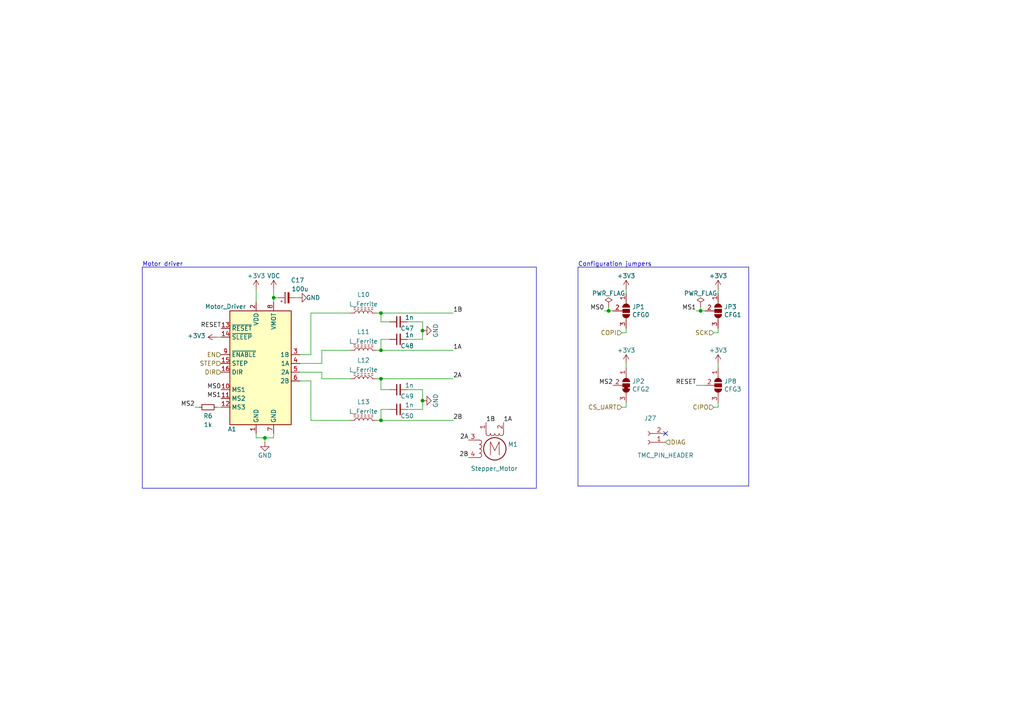
<source format=kicad_sch>
(kicad_sch (version 20230121) (generator eeschema)
  (paper "A4")
  (title_block (title "LumenPnP Motherboard") (date "2022-03-29") (rev "003") (company "Opulo"))
  (lib_symbols
    (symbol "Connector:Conn_01x02_Female" (pin_names (offset 1.016) hide)
      (property "Reference" "J" (at 0 2.54 0))
      (property "Value" "Conn_01x02_Female" (at 0 -5.08 0))
      (symbol "Conn_01x02_Female_1_1"
        (arc (start 0 -2.032) (mid -0.5058 -2.54) (end 0 -3.048) (stroke (width 0.1524)))
        (polyline (pts (xy -1.27 -2.54) (xy -0.508 -2.54)) (stroke (width 0.1524)))
        (polyline (pts (xy -1.27 0) (xy -0.508 0)) (stroke (width 0.1524)))
        (arc (start 0 0.508) (mid -0.5058 0) (end 0 -0.508) (stroke (width 0.1524)))
        (pin passive line (at -5.08 0 0) (length 3.81) (name "Pin_1") (number "1"))
        (pin passive line (at -5.08 -2.54 0) (length 3.81) (name "Pin_2") (number "2"))
      )
    )
    (symbol "Device:C_Polarized_Small" (pin_numbers hide) (pin_names (offset 0.254) hide)
      (property "Reference" "C" (at 0.254 1.778 0))
      (property "Value" "C_Polarized_Small" (at 0.254 -2.032 0))
      (symbol "C_Polarized_Small_0_1"
        (rectangle (start -1.524 -0.3048) (end 1.524 -0.6858) (fill (type outline)))
        (rectangle (start -1.524 0.6858) (end 1.524 0.3048))
        (polyline (pts (xy -1.27 1.524) (xy -0.762 1.524)))
        (polyline (pts (xy -1.016 1.27) (xy -1.016 1.778)))
      )
      (symbol "C_Polarized_Small_1_1"
        (pin passive line (at 0 2.54 270) (length 1.8542) (name "~") (number "1"))
        (pin passive line (at 0 -2.54 90) (length 1.8542) (name "~") (number "2"))
      )
    )
    (symbol "Device:C_Small" (pin_numbers hide) (pin_names (offset 0.254) hide)
      (property "Reference" "C" (at 0.254 1.778 0))
      (property "Value" "C_Small" (at 0.254 -2.032 0))
      (symbol "C_Small_0_1"
        (polyline (pts (xy -1.524 -0.508) (xy 1.524 -0.508)) (stroke (width 0.3302)))
        (polyline (pts (xy -1.524 0.508) (xy 1.524 0.508)) (stroke (width 0.3048)))
      )
      (symbol "C_Small_1_1"
        (pin passive line (at 0 2.54 270) (length 2.032) (name "~") (number "1"))
        (pin passive line (at 0 -2.54 90) (length 2.032) (name "~") (number "2"))
      )
    )
    (symbol "Device:L_Ferrite" (pin_numbers hide) (pin_names (offset 1.016) hide)
      (property "Reference" "L" (at -1.27 0 90))
      (property "Value" "L_Ferrite" (at 2.794 0 90))
      (symbol "L_Ferrite_0_1"
        (arc (start 0 -2.54) (mid 0.6323 -1.905) (end 0 -1.27))
        (arc (start 0 -1.27) (mid 0.6323 -0.635) (end 0 0))
        (polyline (pts (xy 1.016 -2.794) (xy 1.016 -2.286)))
        (polyline (pts (xy 1.016 -1.778) (xy 1.016 -1.27)))
        (polyline (pts (xy 1.016 -0.762) (xy 1.016 -0.254)))
        (polyline (pts (xy 1.016 0.254) (xy 1.016 0.762)))
        (polyline (pts (xy 1.016 1.27) (xy 1.016 1.778)))
        (polyline (pts (xy 1.016 2.286) (xy 1.016 2.794)))
        (polyline (pts (xy 1.524 -2.286) (xy 1.524 -2.794)))
        (polyline (pts (xy 1.524 -1.27) (xy 1.524 -1.778)))
        (polyline (pts (xy 1.524 -0.254) (xy 1.524 -0.762)))
        (polyline (pts (xy 1.524 0.762) (xy 1.524 0.254)))
        (polyline (pts (xy 1.524 1.778) (xy 1.524 1.27)))
        (polyline (pts (xy 1.524 2.794) (xy 1.524 2.286)))
        (arc (start 0 0) (mid 0.6323 0.635) (end 0 1.27))
        (arc (start 0 1.27) (mid 0.6323 1.905) (end 0 2.54))
      )
      (symbol "L_Ferrite_1_1"
        (pin passive line (at 0 3.81 270) (length 1.27) (name "1") (number "1"))
        (pin passive line (at 0 -3.81 90) (length 1.27) (name "2") (number "2"))
      )
    )
    (symbol "Device:R_Small" (pin_numbers hide) (pin_names (offset 0.254) hide)
      (property "Reference" "R" (at 0.762 0.508 0))
      (property "Value" "R_Small" (at 0.762 -1.016 0))
      (symbol "R_Small_0_1"
        (rectangle (start -0.762 1.778) (end 0.762 -1.778) (stroke (width 0.2032)))
      )
      (symbol "R_Small_1_1"
        (pin passive line (at 0 2.54 270) (length 0.762) (name "~") (number "1"))
        (pin passive line (at 0 -2.54 90) (length 0.762) (name "~") (number "2"))
      )
    )
    (symbol "Driver_Motor:Pololu_Breakout_A4988"
      (property "Reference" "A" (at -2.54 19.05 0))
      (property "Value" "Pololu_Breakout_A4988" (at -2.54 16.51 0))
      (symbol "Pololu_Breakout_A4988_0_1"
        (rectangle (start 10.16 -17.78) (end -7.62 15.24) (stroke (width 0.254)) (fill (type background)))
      )
      (symbol "Pololu_Breakout_A4988_1_1"
        (pin power_in line (at 0 -20.32 90) (length 2.54) (name "GND") (number "1"))
        (pin input line (at -10.16 -7.62 0) (length 2.54) (name "MS1") (number "10"))
        (pin input line (at -10.16 -10.16 0) (length 2.54) (name "MS2") (number "11"))
        (pin input line (at -10.16 -12.7 0) (length 2.54) (name "MS3") (number "12"))
        (pin input line (at -10.16 10.16 0) (length 2.54) (name "~{RESET}") (number "13"))
        (pin input line (at -10.16 7.62 0) (length 2.54) (name "~{SLEEP}") (number "14"))
        (pin input line (at -10.16 0 0) (length 2.54) (name "STEP") (number "15"))
        (pin input line (at -10.16 -2.54 0) (length 2.54) (name "DIR") (number "16"))
        (pin power_in line (at 0 17.78 270) (length 2.54) (name "VDD") (number "2"))
        (pin output line (at 12.7 2.54 180) (length 2.54) (name "1B") (number "3"))
        (pin output line (at 12.7 0 180) (length 2.54) (name "1A") (number "4"))
        (pin output line (at 12.7 -2.54 180) (length 2.54) (name "2A") (number "5"))
        (pin output line (at 12.7 -5.08 180) (length 2.54) (name "2B") (number "6"))
        (pin power_in line (at 5.08 -20.32 90) (length 2.54) (name "GND") (number "7"))
        (pin power_in line (at 5.08 17.78 270) (length 2.54) (name "VMOT") (number "8"))
        (pin input line (at -10.16 2.54 0) (length 2.54) (name "~{ENABLE}") (number "9"))
      )
    )
    (symbol "Jumper:SolderJumper_3_Open" (pin_names (offset 0) hide)
      (property "Reference" "JP" (at -2.54 -2.54 0))
      (property "Value" "SolderJumper_3_Open" (at 0 2.794 0))
      (symbol "SolderJumper_3_Open_0_1"
        (arc (start -1.016 1.016) (mid -2.0276 0) (end -1.016 -1.016))
        (arc (start -1.016 1.016) (mid -2.0276 0) (end -1.016 -1.016) (fill (type outline)))
        (rectangle (start -0.508 1.016) (end 0.508 -1.016) (fill (type outline)))
        (polyline (pts (xy -2.54 0) (xy -2.032 0)))
        (polyline (pts (xy -1.016 1.016) (xy -1.016 -1.016)))
        (polyline (pts (xy 0 -1.27) (xy 0 -1.016)))
        (polyline (pts (xy 1.016 1.016) (xy 1.016 -1.016)))
        (polyline (pts (xy 2.54 0) (xy 2.032 0)))
        (arc (start 1.016 -1.016) (mid 2.0276 0) (end 1.016 1.016))
        (arc (start 1.016 -1.016) (mid 2.0276 0) (end 1.016 1.016) (fill (type outline)))
      )
      (symbol "SolderJumper_3_Open_1_1"
        (pin passive line (at -5.08 0 0) (length 2.54) (name "A") (number "1"))
        (pin passive line (at 0 -3.81 90) (length 2.54) (name "C") (number "2"))
        (pin passive line (at 5.08 0 180) (length 2.54) (name "B") (number "3"))
      )
    )
    (symbol "Motor:Stepper_Motor_bipolar" (pin_names (offset 0) hide)
      (property "Reference" "M" (at 3.81 2.54 0))
      (property "Value" "Stepper_Motor_bipolar" (at 3.81 1.27 0))
      (symbol "Stepper_Motor_bipolar_0_0"
        (polyline (pts (xy -1.27 -1.778) (xy -1.27 2.032) (xy 0 -0.508) (xy 1.27 2.032) (xy 1.27 -1.778)))
      )
      (symbol "Stepper_Motor_bipolar_0_1"
        (arc (start -4.445 -2.54) (mid -3.8127 -1.905) (end -4.445 -1.27))
        (arc (start -4.445 -1.27) (mid -3.8127 -0.635) (end -4.445 0))
        (arc (start -4.445 0) (mid -3.8127 0.635) (end -4.445 1.27))
        (arc (start -4.445 1.27) (mid -3.8127 1.905) (end -4.445 2.54))
        (arc (start -2.54 4.445) (mid -1.905 3.8127) (end -1.27 4.445))
        (arc (start -1.27 4.445) (mid -0.635 3.8127) (end 0 4.445))
        (polyline (pts (xy -5.08 -2.54) (xy -4.445 -2.54)))
        (polyline (pts (xy -5.08 2.54) (xy -4.445 2.54)))
        (polyline (pts (xy -2.54 5.08) (xy -2.54 4.445)))
        (polyline (pts (xy 2.54 5.08) (xy 2.54 4.445)))
        (circle (center 0 0) (radius 3.2512) (stroke (width 0.254)))
        (arc (start 0 4.445) (mid 0.635 3.8127) (end 1.27 4.445))
        (arc (start 1.27 4.445) (mid 1.905 3.8127) (end 2.54 4.445))
      )
      (symbol "Stepper_Motor_bipolar_1_1"
        (pin passive line (at -2.54 7.62 270) (length 2.54) (name "~") (number "1"))
        (pin passive line (at 2.54 7.62 270) (length 2.54) (name "-") (number "2"))
        (pin passive line (at -7.62 2.54 0) (length 2.54) (name "~") (number "3"))
        (pin passive line (at -7.62 -2.54 0) (length 2.54) (name "~") (number "4"))
      )
    )
    (symbol "index:SolderJumper_3_Bridged23" (pin_names (offset 0) hide)
      (property "Reference" "JP" (at -2.54 -2.54 0))
      (property "Value" "SolderJumper_3_Bridged23" (at 0 2.794 0))
      (symbol "SolderJumper_3_Bridged23_0_1"
        (rectangle (start -1.016 0.508) (end -0.508 -0.508) (fill (type outline)))
        (arc (start -1.016 1.016) (mid -2.0276 0) (end -1.016 -1.016))
        (arc (start -1.016 1.016) (mid -2.0276 0) (end -1.016 -1.016) (fill (type outline)))
        (rectangle (start -0.508 1.016) (end 0.508 -1.016) (fill (type outline)))
        (polyline (pts (xy -2.54 0) (xy -2.032 0)))
        (polyline (pts (xy -1.016 1.016) (xy -1.016 -1.016)))
        (polyline (pts (xy 0 -1.27) (xy 0 -1.016)))
        (polyline (pts (xy 1.016 1.016) (xy 1.016 -1.016)))
        (polyline (pts (xy 2.54 0) (xy 2.032 0)))
        (arc (start 1.016 -1.016) (mid 2.0276 0) (end 1.016 1.016))
        (arc (start 1.016 -1.016) (mid 2.0276 0) (end 1.016 1.016) (fill (type outline)))
      )
      (symbol "SolderJumper_3_Bridged23_1_1"
        (pin passive line (at 5.08 0 180) (length 2.54) (name "B") (number "1"))
        (pin input line (at 0 -3.81 90) (length 2.54) (name "C") (number "2"))
        (pin passive line (at -5.08 0 0) (length 2.54) (name "A") (number "3"))
      )
    )
    (symbol "power:+3.3V" (power) (pin_names (offset 0))
      (property "Value" "+3.3V" (at 0 3.556 0))
      (symbol "+3.3V_0_1"
        (polyline (pts (xy -0.762 1.27) (xy 0 2.54)))
        (polyline (pts (xy 0 0) (xy 0 2.54)))
        (polyline (pts (xy 0 2.54) (xy 0.762 1.27)))
      )
      (symbol "+3.3V_1_1"
        (pin power_in line (at 0 0 90) (length 0) hide (name "+3V3") (number "1"))
      )
    )
    (symbol "power:+3V3" (power) (pin_names (offset 0))
      (property "Value" "+3V3" (at 0 3.556 0))
      (symbol "+3V3_0_1"
        (polyline (pts (xy -0.762 1.27) (xy 0 2.54)))
        (polyline (pts (xy 0 0) (xy 0 2.54)))
        (polyline (pts (xy 0 2.54) (xy 0.762 1.27)))
      )
      (symbol "+3V3_1_1"
        (pin power_in line (at 0 0 90) (length 0) hide (name "+3V3") (number "1"))
      )
    )
    (symbol "power:GND" (power) (pin_names (offset 0))
      (property "Value" "GND" (at 0 -3.81 0))
      (symbol "GND_0_1"
        (polyline (pts (xy 0 0) (xy 0 -1.27) (xy 1.27 -1.27) (xy 0 -2.54) (xy -1.27 -1.27) (xy 0 -1.27)))
      )
      (symbol "GND_1_1"
        (pin power_in line (at 0 0 270) (length 0) hide (name "GND") (number "1"))
      )
    )
    (symbol "power:PWR_FLAG" (power) (pin_numbers hide) (pin_names (offset 0) hide)
      (property "Value" "PWR_FLAG" (at 0 3.81 0))
      (symbol "PWR_FLAG_0_0"
        (pin power_out line (at 0 0 90) (length 0) (name "pwr") (number "1"))
      )
      (symbol "PWR_FLAG_0_1"
        (polyline (pts (xy 0 0) (xy 0 1.27) (xy -1.016 1.905) (xy 0 2.54) (xy 1.016 1.905) (xy 0 1.27)))
      )
    )
    (symbol "power:VDC" (power) (pin_names (offset 0))
      (property "Value" "VDC" (at 0 6.35 0))
      (symbol "VDC_0_1"
        (polyline (pts (xy -0.762 1.27) (xy 0 2.54)))
        (polyline (pts (xy 0 0) (xy 0 2.54)))
        (polyline (pts (xy 0 2.54) (xy 0.762 1.27)))
      )
      (symbol "VDC_1_1"
        (pin power_in line (at 0 0 90) (length 0) hide (name "VDC") (number "1"))
      )
    )
  )
  (junction (at 110.49 109.855))
  (junction (at 79.375 86.36))
  (junction (at 110.49 101.6))
  (junction (at 122.555 95.885))
  (junction (at 110.49 90.805))
  (junction (at 110.49 121.92))
  (junction (at 176.53 90.17))
  (junction (at 122.555 116.205))
  (junction (at 76.835 127))
  (junction (at 203.2 90.17))
  (no_connect (at 193.04 125.73))
  (wire (pts (xy 79.375 83.82) (xy 79.375 86.36)))
  (polyline (pts (xy 155.575 141.605) (xy 41.275 141.605)))
  (wire (pts (xy 110.49 90.805) (xy 131.445 90.805)))
  (wire (pts (xy 90.17 110.49) (xy 90.17 121.92)))
  (wire (pts (xy 180.34 96.52) (xy 181.61 96.52)))
  (wire (pts (xy 208.28 83.82) (xy 208.28 85.09)))
  (polyline (pts (xy 167.64 77.47) (xy 217.17 77.47)))
  (wire (pts (xy 207.01 96.52) (xy 208.28 96.52)))
  (wire (pts (xy 79.375 86.36) (xy 79.375 87.63)))
  (wire (pts (xy 122.555 116.205) (xy 122.555 118.745)))
  (wire (pts (xy 86.995 107.95) (xy 93.345 107.95)))
  (wire (pts (xy 86.995 105.41) (xy 93.345 105.41)))
  (wire (pts (xy 207.01 118.11) (xy 208.28 118.11)))
  (wire (pts (xy 110.49 121.92) (xy 110.49 118.745)))
  (wire (pts (xy 203.2 88.9) (xy 203.2 90.17)))
  (wire (pts (xy 175.26 90.17) (xy 176.53 90.17)))
  (wire (pts (xy 118.11 113.03) (xy 122.555 113.03)))
  (wire (pts (xy 74.295 127) (xy 76.835 127)))
  (wire (pts (xy 110.49 113.03) (xy 113.03 113.03)))
  (wire (pts (xy 176.53 90.17) (xy 177.8 90.17)))
  (polyline (pts (xy 41.275 77.47) (xy 155.575 77.47)))
  (wire (pts (xy 208.28 105.41) (xy 208.28 106.68)))
  (wire (pts (xy 93.345 109.855) (xy 101.6 109.855)))
  (wire (pts (xy 109.22 101.6) (xy 110.49 101.6)))
  (wire (pts (xy 110.49 98.425) (xy 113.03 98.425)))
  (wire (pts (xy 208.28 96.52) (xy 208.28 95.25)))
  (wire (pts (xy 122.555 118.745) (xy 118.11 118.745)))
  (wire (pts (xy 86.995 110.49) (xy 90.17 110.49)))
  (wire (pts (xy 93.345 101.6) (xy 101.6 101.6)))
  (polyline (pts (xy 167.64 77.47) (xy 167.64 140.97)))
  (wire (pts (xy 203.2 90.17) (xy 201.93 90.17)))
  (wire (pts (xy 122.555 95.885) (xy 122.555 93.345)))
  (wire (pts (xy 110.49 90.805) (xy 110.49 93.345)))
  (wire (pts (xy 203.2 90.17) (xy 204.47 90.17)))
  (wire (pts (xy 110.49 109.855) (xy 131.445 109.855)))
  (wire (pts (xy 122.555 98.425) (xy 122.555 95.885)))
  (wire (pts (xy 93.345 105.41) (xy 93.345 101.6)))
  (wire (pts (xy 79.375 86.36) (xy 80.645 86.36)))
  (wire (pts (xy 86.995 102.87) (xy 90.17 102.87)))
  (wire (pts (xy 208.28 118.11) (xy 208.28 116.84)))
  (wire (pts (xy 118.11 98.425) (xy 122.555 98.425)))
  (wire (pts (xy 181.61 96.52) (xy 181.61 95.25)))
  (polyline (pts (xy 155.575 77.47) (xy 155.575 141.605)))
  (wire (pts (xy 110.49 118.745) (xy 113.03 118.745)))
  (wire (pts (xy 110.49 101.6) (xy 131.445 101.6)))
  (wire (pts (xy 79.375 125.73) (xy 79.375 127)))
  (wire (pts (xy 180.34 118.11) (xy 181.61 118.11)))
  (polyline (pts (xy 217.17 140.97) (xy 167.64 140.97)))
  (wire (pts (xy 76.835 128.27) (xy 76.835 127)))
  (wire (pts (xy 74.295 127) (xy 74.295 125.73)))
  (wire (pts (xy 122.555 113.03) (xy 122.555 116.205)))
  (wire (pts (xy 110.49 109.855) (xy 110.49 113.03)))
  (wire (pts (xy 201.93 111.76) (xy 204.47 111.76)))
  (wire (pts (xy 181.61 105.41) (xy 181.61 106.68)))
  (polyline (pts (xy 217.17 77.47) (xy 217.17 140.97)))
  (wire (pts (xy 93.345 107.95) (xy 93.345 109.855)))
  (wire (pts (xy 110.49 121.92) (xy 131.445 121.92)))
  (wire (pts (xy 110.49 101.6) (xy 110.49 98.425)))
  (wire (pts (xy 90.17 90.805) (xy 90.17 102.87)))
  (wire (pts (xy 90.17 90.805) (xy 101.6 90.805)))
  (wire (pts (xy 90.17 121.92) (xy 101.6 121.92)))
  (wire (pts (xy 109.22 90.805) (xy 110.49 90.805)))
  (wire (pts (xy 181.61 118.11) (xy 181.61 116.84)))
  (wire (pts (xy 74.295 83.82) (xy 74.295 87.63)))
  (wire (pts (xy 62.865 97.79) (xy 64.135 97.79)))
  (wire (pts (xy 176.53 88.9) (xy 176.53 90.17)))
  (wire (pts (xy 85.725 86.36) (xy 86.36 86.36)))
  (wire (pts (xy 110.49 93.345) (xy 113.03 93.345)))
  (polyline (pts (xy 41.275 77.47) (xy 41.275 141.605)))
  (wire (pts (xy 56.515 118.11) (xy 57.785 118.11)))
  (wire (pts (xy 181.61 83.82) (xy 181.61 85.09)))
  (wire (pts (xy 122.555 93.345) (xy 118.11 93.345)))
  (wire (pts (xy 79.375 127) (xy 76.835 127)))
  (wire (pts (xy 109.22 121.92) (xy 110.49 121.92)))
  (wire (pts (xy 62.865 118.11) (xy 64.135 118.11)))
  (wire (pts (xy 109.22 109.855) (xy 110.49 109.855)))
  (text "Motor driver" (at 41.275 77.47 0) (effects (font (size 1.27 1.27)) (justify left bottom)))
  (text "Configuration jumpers" (at 167.64 77.47 0) (effects (font (size 1.27 1.27)) (justify left bottom)))
  (label "2B" (at 135.89 132.715 180))
  (label "RESET" (at 64.135 95.25 180))
  (label "2A" (at 135.89 127.635 180))
  (label "RESET" (at 201.93 111.76 180))
  (label "MS1" (at 64.135 115.57 180))
  (label "1A" (at 131.445 101.6 0))
  (label "MS0" (at 64.135 113.03 180))
  (label "2B" (at 131.445 121.92 0))
  (label "MS1" (at 201.93 90.17 180))
  (label "MS2" (at 177.8 111.76 180))
  (label "1B" (at 140.97 122.555 0))
  (label "2A" (at 131.445 109.855 0))
  (label "1B" (at 131.445 90.805 0))
  (label "MS2" (at 56.515 118.11 180))
  (label "1A" (at 146.05 122.555 0))
  (label "MS0" (at 175.26 90.17 180))
  (hierarchical_label "STEP" (shape input) (at 64.135 105.41 180))
  (hierarchical_label "DIAG" (shape input) (at 193.04 128.27 0))
  (hierarchical_label "DIR" (shape input) (at 64.135 107.95 180))
  (hierarchical_label "CS_UART" (shape input) (at 180.34 118.11 180))
  (hierarchical_label "EN" (shape input) (at 64.135 102.87 180))
  (hierarchical_label "SCK" (shape input) (at 207.01 96.52 180))
  (hierarchical_label "COPI" (shape input) (at 180.34 96.52 180))
  (hierarchical_label "CIPO" (shape input) (at 207.01 118.11 180))
  (symbol (lib_id "power:+3.3V") (at 208.28 105.41 0) (unit 1)
    (property "Reference" "#PWR0142" (effects hide))
    (property "Value" "+3.3V" (at 208.28 101.6 0))
    (instances (project "mobo" (path "" (reference "#PWR0142") (unit 1)) (path "" (reference "#PWR0181") (unit 1)) (path "" (reference "#PWR0204") (unit 1)) (path "" (reference "#PWR0213") (unit 1)) (path "" (reference "#PWR039") (unit 1)) (path "" (reference "#PWR028") (unit 1)) (path "" (reference "#PWR050") (unit 1))))
  )
  (symbol (lib_id "Device:R_Small") (at 60.325 118.11 270) (unit 1)
    (property "Reference" "R6" (at 60.325 120.65 90))
    (property "Value" "1k" (at 60.325 123.19 90))
    (property "Footprint" "Resistor_SMD:R_0805_2012Metric" (effects hide))
    (property "JLCPCB" "C17513" (effects hide))
    (property "LCSC" "C17513" (effects hide))
    (property "Notes" "125mW/1%" (effects hide))
    (instances (project "mobo" (path "" (reference "R6") (unit 1)) (path "" (reference "R7") (unit 1)) (path "" (reference "R8") (unit 1)) (path "" (reference "R9") (unit 1)) (path "" (reference "R35") (unit 1)) (path "" (reference "R23") (unit 1)) (path "" (reference "R37") (unit 1))))
  )
  (symbol (lib_id "power:+3.3V") (at 181.61 83.82 0) (unit 1)
    (property "Reference" "#PWR0144" (effects hide))
    (property "Value" "+3.3V" (at 181.61 80.01 0))
    (instances (project "mobo" (path "" (reference "#PWR0144") (unit 1)) (path "" (reference "#PWR0182") (unit 1)) (path "" (reference "#PWR0205") (unit 1)) (path "" (reference "#PWR0214") (unit 1)) (path "" (reference "#PWR033") (unit 1)) (path "" (reference "#PWR013") (unit 1)) (path "" (reference "#PWR044") (unit 1))))
  )
  (symbol (lib_id "Device:L_Ferrite") (at 105.41 121.92 90) (unit 1)
    (property "Reference" "L13" (at 105.41 116.5565 90))
    (property "Value" "L_Ferrite" (at 105.41 119.3316 90))
    (property "Footprint" "Inductor_SMD:L_0805_2012Metric" (effects hide))
    (property "Digikey" "1934-1472-1-ND" (effects hide))
    (property "Notes" "120R @ 100MHz/6A" (effects hide))
    (instances (project "mobo" (path "" (reference "L13") (unit 1)) (path "" (reference "L9") (unit 1)) (path "" (reference "L5") (unit 1)) (path "" (reference "L17") (unit 1)) (path "" (reference "L34") (unit 1)) (path "" (reference "L30") (unit 1)) (path "" (reference "L38") (unit 1))))
  )
  (symbol (lib_id "power:GND") (at 76.835 128.27 0) (unit 1)
    (property "Reference" "#PWR0179" (effects hide))
    (property "Value" "GND" (at 76.835 132.08 0))
    (instances (project "mobo" (path "" (reference "#PWR0179") (unit 1)) (path "" (reference "#PWR0202") (unit 1)) (path "" (reference "#PWR0211") (unit 1)) (path "" (reference "#PWR0220") (unit 1)) (path "" (reference "#PWR041") (unit 1)) (path "" (reference "#PWR030") (unit 1)) (path "" (reference "#PWR052") (unit 1))))
  )
  (symbol (lib_id "power:+3.3V") (at 62.865 97.79 90) (unit 1)
    (property "Reference" "#PWR0176" (effects hide))
    (property "Value" "+3.3V" (at 59.6138 97.409 90) (effects (justify left)))
    (instances (project "mobo" (path "" (reference "#PWR0176") (unit 1)) (path "" (reference "#PWR0199") (unit 1)) (path "" (reference "#PWR0208") (unit 1)) (path "" (reference "#PWR0217") (unit 1)) (path "" (reference "#PWR037") (unit 1)) (path "" (reference "#PWR026") (unit 1)) (path "" (reference "#PWR048") (unit 1))))
  )
  (symbol (lib_id "power:PWR_FLAG") (at 203.2 88.9 0) (unit 1)
    (property "Reference" "#FLG0104" (effects hide))
    (property "Value" "PWR_FLAG" (at 203.2 85.09 0))
    (instances (project "mobo" (path "" (reference "#FLG0104") (unit 1)) (path "" (reference "#FLG0107") (unit 1)) (path "" (reference "#FLG0110") (unit 1)) (path "" (reference "#FLG0113") (unit 1)) (path "" (reference "#FLG09") (unit 1)) (path "" (reference "#FLG07") (unit 1)) (path "" (reference "#FLG011") (unit 1))))
  )
  (symbol (lib_id "Device:C_Small") (at 115.57 113.03 90) (unit 1)
    (property "Reference" "C49" (at 118.11 114.935 90))
    (property "Value" "1n" (at 118.745 111.76 90))
    (property "Footprint" "Capacitor_SMD:C_0805_2012Metric" (effects hide))
    (property "Digikey" "1276-1020-1-ND" (effects hide))
    (property "Notes" "50V/10%" (effects hide))
    (instances (project "mobo" (path "" (reference "C49") (unit 1)) (path "" (reference "C45") (unit 1)) (path "" (reference "C41") (unit 1)) (path "" (reference "C53") (unit 1)) (path "" (reference "C73") (unit 1)) (path "" (reference "C68") (unit 1)) (path "" (reference "C78") (unit 1))))
  )
  (symbol (lib_id "power:+3.3V") (at 181.61 105.41 0) (unit 1)
    (property "Reference" "#PWR0117" (effects hide))
    (property "Value" "+3.3V" (at 181.61 101.6 0))
    (instances (project "mobo" (path "" (reference "#PWR0117") (unit 1)) (path "" (reference "#PWR0180") (unit 1)) (path "" (reference "#PWR0203") (unit 1)) (path "" (reference "#PWR0212") (unit 1)) (path "" (reference "#PWR038") (unit 1)) (path "" (reference "#PWR027") (unit 1)) (path "" (reference "#PWR049") (unit 1))))
  )
  (symbol (lib_id "Driver_Motor:Pololu_Breakout_A4988") (at 74.295 105.41 0) (unit 1)
    (property "Reference" "A1" (at 67.31 124.46 0))
    (property "Value" "Motor_Driver" (at 65.405 88.9 0))
    (property "Footprint" "Module:Pololu_Breakout-16_15.2x20.3mm" (effects hide))
    (property "Datasheet" "https://www.pololu.com/product/2980/pictures" (effects hide))
    (property "Digikey" "1460-TMC2209SILENTSTEPSTICK-ND" (effects hide))
    (property "Notes" "BIGTREETECH TMC2209" (effects hide))
    (instances (project "mobo" (path "" (reference "A1") (unit 1)) (path "" (reference "A2") (unit 1)) (path "" (reference "A3") (unit 1)) (path "" (reference "A4") (unit 1)) (path "" (reference "A8") (unit 1)) (path "" (reference "A7") (unit 1)) (path "" (reference "A9") (unit 1))))
  )
  (symbol (lib_id "power:GND") (at 86.36 86.36 90) (unit 1)
    (property "Reference" "#PWR0166" (effects hide))
    (property "Value" "GND" (at 90.805 86.36 90))
    (instances (project "mobo" (path "" (reference "#PWR0166") (unit 1)) (path "" (reference "#PWR0184") (unit 1)) (path "" (reference "#PWR0207") (unit 1)) (path "" (reference "#PWR0216") (unit 1)) (path "" (reference "#PWR035") (unit 1)) (path "" (reference "#PWR024") (unit 1)) (path "" (reference "#PWR046") (unit 1))))
  )
  (symbol (lib_id "Device:C_Small") (at 115.57 118.745 90) (unit 1)
    (property "Reference" "C50" (at 118.11 120.65 90))
    (property "Value" "1n" (at 118.745 117.475 90))
    (property "Footprint" "Capacitor_SMD:C_0805_2012Metric" (effects hide))
    (property "Digikey" "1276-1020-1-ND" (effects hide))
    (property "Notes" "50V/10%" (effects hide))
    (instances (project "mobo" (path "" (reference "C50") (unit 1)) (path "" (reference "C46") (unit 1)) (path "" (reference "C42") (unit 1)) (path "" (reference "C54") (unit 1)) (path "" (reference "C74") (unit 1)) (path "" (reference "C69") (unit 1)) (path "" (reference "C79") (unit 1))))
  )
  (symbol (lib_id "Device:C_Small") (at 115.57 93.345 90) (unit 1)
    (property "Reference" "C47" (at 118.11 95.25 90))
    (property "Value" "1n" (at 118.745 92.075 90))
    (property "Footprint" "Capacitor_SMD:C_0805_2012Metric" (effects hide))
    (property "Digikey" "1276-1020-1-ND" (effects hide))
    (property "Notes" "50V/10%" (effects hide))
    (instances (project "mobo" (path "" (reference "C47") (unit 1)) (path "" (reference "C43") (unit 1)) (path "" (reference "C26") (unit 1)) (path "" (reference "C51") (unit 1)) (path "" (reference "C71") (unit 1)) (path "" (reference "C66") (unit 1)) (path "" (reference "C76") (unit 1))))
  )
  (symbol (lib_id "Device:C_Small") (at 115.57 98.425 90) (unit 1)
    (property "Reference" "C48" (at 118.11 100.33 90))
    (property "Value" "1n" (at 118.745 97.155 90))
    (property "Footprint" "Capacitor_SMD:C_0805_2012Metric" (effects hide))
    (property "Digikey" "1276-1020-1-ND" (effects hide))
    (property "Notes" "50V/10%" (effects hide))
    (instances (project "mobo" (path "" (reference "C48") (unit 1)) (path "" (reference "C44") (unit 1)) (path "" (reference "C40") (unit 1)) (path "" (reference "C52") (unit 1)) (path "" (reference "C72") (unit 1)) (path "" (reference "C67") (unit 1)) (path "" (reference "C77") (unit 1))))
  )
  (symbol (lib_id "power:+3.3V") (at 208.28 83.82 0) (unit 1)
    (property "Reference" "#PWR0156" (effects hide))
    (property "Value" "+3.3V" (at 208.28 80.01 0))
    (instances (project "mobo" (path "" (reference "#PWR0156") (unit 1)) (path "" (reference "#PWR0183") (unit 1)) (path "" (reference "#PWR0206") (unit 1)) (path "" (reference "#PWR0215") (unit 1)) (path "" (reference "#PWR034") (unit 1)) (path "" (reference "#PWR023") (unit 1)) (path "" (reference "#PWR045") (unit 1))))
  )
  (symbol (lib_id "power:VDC") (at 79.375 83.82 0) (unit 1)
    (property "Reference" "#PWR0178" (effects hide))
    (property "Value" "VDC" (at 79.375 80.01 0))
    (instances (project "mobo" (path "" (reference "#PWR0178") (unit 1)) (path "" (reference "#PWR0201") (unit 1)) (path "" (reference "#PWR0210") (unit 1)) (path "" (reference "#PWR0219") (unit 1)) (path "" (reference "#PWR032") (unit 1)) (path "" (reference "#PWR05") (unit 1)) (path "" (reference "#PWR043") (unit 1))))
  )
  (symbol (lib_id "Device:C_Polarized_Small") (at 83.185 86.36 90) (unit 1)
    (property "Reference" "C17" (at 88.265 81.28 90) (effects (justify left)))
    (property "Value" "100u" (at 89.535 83.82 90) (effects (justify left)))
    (property "Footprint" "Capacitor_SMD:CP_Elec_6.3x7.7" (effects hide))
    (property "Digikey" "493-2203-1-ND" (effects hide))
    (property "JLCPCB" "C99837" (effects hide))
    (property "LCSC" "C3339" (effects hide))
    (property "Mouser" "647-UWT1V101MCL1S" (effects hide))
    (property "Notes" "35V/20%/Aluminum" (effects hide))
    (instances (project "mobo" (path "" (reference "C17") (unit 1)) (path "" (reference "C18") (unit 1)) (path "" (reference "C19") (unit 1)) (path "" (reference "C20") (unit 1)) (path "" (reference "C70") (unit 1)) (path "" (reference "C65") (unit 1)) (path "" (reference "C75") (unit 1))))
  )
  (symbol (lib_id "Jumper:SolderJumper_3_Open") (at 181.61 90.17 270) (unit 1)
    (property "Reference" "JP1" (at 183.3372 89.0016 90) (effects (justify left)))
    (property "Value" "CFG0" (at 183.3372 91.313 90) (effects (justify left)))
    (property "Footprint" "Jumper:SolderJumper-3_P1.3mm_Open_RoundedPad1.0x1.5mm" (effects hide))
    (instances (project "mobo" (path "" (reference "JP1") (unit 1)) (path "" (reference "JP5") (unit 1)) (path "" (reference "JP9") (unit 1)) (path "" (reference "JP13") (unit 1)) (path "" (reference "JP35") (unit 1)) (path "" (reference "JP27") (unit 1)) (path "" (reference "JP39") (unit 1))))
  )
  (symbol (lib_id "power:GND") (at 122.555 116.205 90) (unit 1)
    (property "Reference" "#PWR0124" (effects hide))
    (property "Value" "GND" (at 126.365 116.205 0))
    (instances (project "mobo" (path "" (reference "#PWR0124") (unit 1)) (path "" (reference "#PWR0122") (unit 1)) (path "" (reference "#PWR0120") (unit 1)) (path "" (reference "#PWR0126") (unit 1)) (path "" (reference "#PWR040") (unit 1)) (path "" (reference "#PWR029") (unit 1)) (path "" (reference "#PWR051") (unit 1))))
  )
  (symbol (lib_id "power:PWR_FLAG") (at 176.53 88.9 0) (unit 1)
    (property "Reference" "#FLG0106" (effects hide))
    (property "Value" "PWR_FLAG" (at 176.53 85.09 0))
    (instances (project "mobo" (path "" (reference "#FLG0106") (unit 1)) (path "" (reference "#FLG0109") (unit 1)) (path "" (reference "#FLG0112") (unit 1)) (path "" (reference "#FLG0115") (unit 1)) (path "" (reference "#FLG08") (unit 1)) (path "" (reference "#FLG04") (unit 1)) (path "" (reference "#FLG010") (unit 1))))
  )
  (symbol (lib_id "power:GND") (at 122.555 95.885 90) (unit 1)
    (property "Reference" "#PWR0123" (effects hide))
    (property "Value" "GND" (at 126.365 95.885 0))
    (instances (project "mobo" (path "" (reference "#PWR0123") (unit 1)) (path "" (reference "#PWR0121") (unit 1)) (path "" (reference "#PWR0119") (unit 1)) (path "" (reference "#PWR0125") (unit 1)) (path "" (reference "#PWR036") (unit 1)) (path "" (reference "#PWR025") (unit 1)) (path "" (reference "#PWR047") (unit 1))))
  )
  (symbol (lib_id "Device:L_Ferrite") (at 105.41 90.805 90) (unit 1)
    (property "Reference" "L10" (at 105.41 85.4415 90))
    (property "Value" "L_Ferrite" (at 105.41 88.2166 90))
    (property "Footprint" "Inductor_SMD:L_0805_2012Metric" (effects hide))
    (property "Digikey" "1934-1472-1-ND" (effects hide))
    (property "Notes" "120R @ 100MHz/6A" (effects hide))
    (instances (project "mobo" (path "" (reference "L10") (unit 1)) (path "" (reference "L6") (unit 1)) (path "" (reference "L2") (unit 1)) (path "" (reference "L14") (unit 1)) (path "" (reference "L31") (unit 1)) (path "" (reference "L27") (unit 1)) (path "" (reference "L35") (unit 1))))
  )
  (symbol (lib_id "Jumper:SolderJumper_3_Open") (at 208.28 111.76 270) (unit 1)
    (property "Reference" "JP8" (at 210.0072 110.5916 90) (effects (justify left)))
    (property "Value" "CFG3" (at 210.0072 112.903 90) (effects (justify left)))
    (property "Footprint" "Jumper:SolderJumper-3_P1.3mm_Open_RoundedPad1.0x1.5mm" (effects hide))
    (instances (project "mobo" (path "" (reference "JP8") (unit 1)) (path "" (reference "JP12") (unit 1)) (path "" (reference "JP4") (unit 1)) (path "" (reference "JP16") (unit 1)) (path "" (reference "JP38") (unit 1)) (path "" (reference "JP34") (unit 1)) (path "" (reference "JP42") (unit 1))))
  )
  (symbol (lib_id "power:+3V3") (at 74.295 83.82 0) (unit 1)
    (property "Reference" "#PWR0177" (effects hide))
    (property "Value" "+3V3" (at 74.295 80.01 0))
    (instances (project "mobo" (path "" (reference "#PWR0177") (unit 1)) (path "" (reference "#PWR0200") (unit 1)) (path "" (reference "#PWR0209") (unit 1)) (path "" (reference "#PWR0218") (unit 1)) (path "" (reference "#PWR031") (unit 1)) (path "" (reference "#PWR03") (unit 1)) (path "" (reference "#PWR042") (unit 1))))
  )
  (symbol (lib_id "Device:L_Ferrite") (at 105.41 101.6 90) (unit 1)
    (property "Reference" "L11" (at 105.41 96.2365 90))
    (property "Value" "L_Ferrite" (at 105.41 99.0116 90))
    (property "Footprint" "Inductor_SMD:L_0805_2012Metric" (effects hide))
    (property "Digikey" "1934-1472-1-ND" (effects hide))
    (property "Notes" "120R @ 100MHz/6A" (effects hide))
    (instances (project "mobo" (path "" (reference "L11") (unit 1)) (path "" (reference "L7") (unit 1)) (path "" (reference "L3") (unit 1)) (path "" (reference "L15") (unit 1)) (path "" (reference "L32") (unit 1)) (path "" (reference "L28") (unit 1)) (path "" (reference "L36") (unit 1))))
  )
  (symbol (lib_id "index:SolderJumper_3_Bridged23") (at 181.61 111.76 270) (mirror x) (unit 1)
    (property "Reference" "JP2" (at 183.3372 110.5916 90) (effects (justify left)))
    (property "Value" "CFG2" (at 183.3372 112.903 90) (effects (justify left)))
    (property "Footprint" "index:SolderJumper-3_P1.3mm_Bridged23_RoundedPad1.0x1.5mm" (effects hide))
    (instances (project "mobo" (path "" (reference "JP2") (unit 1)) (path "" (reference "JP6") (unit 1)) (path "" (reference "JP10") (unit 1)) (path "" (reference "JP14") (unit 1)) (path "" (reference "JP37") (unit 1)) (path "" (reference "JP33") (unit 1)) (path "" (reference "JP41") (unit 1))))
  )
  (symbol (lib_id "Motor:Stepper_Motor_bipolar") (at 143.51 130.175 0) (unit 1)
    (property "Reference" "M1" (at 147.32 128.905 0) (effects (justify left)))
    (property "Value" "Stepper_Motor" (at 136.525 135.89 0) (effects (justify left)))
    (property "Footprint" "Connector_JST:JST_XH_B4B-XH-A_1x04_P2.50mm_Vertical" (effects hide))
    (property "Datasheet" "http://www.infineon.com/dgdl/Application-Note-TLE8110EE_driving_UniPolarStepperMotor_V1.1.pdf?fileId=db3a30431be39b97011be5d0aa0a00b0" (effects hide))
    (property "LCSC" "C37815" (effects hide))
    (property "JLCPCB" "C37815" (effects hide))
    (property "Digikey" "455-2249-ND" (effects hide))
    (instances (project "mobo" (path "" (reference "M1") (unit 1)) (path "" (reference "M2") (unit 1)) (path "" (reference "M3") (unit 1)) (path "" (reference "M4") (unit 1)) (path "" (reference "M10") (unit 1)) (path "" (reference "M9") (unit 1)) (path "" (reference "M11") (unit 1))))
  )
  (symbol (lib_id "Device:L_Ferrite") (at 105.41 109.855 90) (unit 1)
    (property "Reference" "L12" (at 105.41 104.4915 90))
    (property "Value" "L_Ferrite" (at 105.41 107.2666 90))
    (property "Footprint" "Inductor_SMD:L_0805_2012Metric" (effects hide))
    (property "Digikey" "1934-1472-1-ND" (effects hide))
    (property "Notes" "120R @ 100MHz/6A" (effects hide))
    (instances (project "mobo" (path "" (reference "L12") (unit 1)) (path "" (reference "L8") (unit 1)) (path "" (reference "L4") (unit 1)) (path "" (reference "L16") (unit 1)) (path "" (reference "L33") (unit 1)) (path "" (reference "L29") (unit 1)) (path "" (reference "L37") (unit 1))))
  )
  (symbol (lib_id "Jumper:SolderJumper_3_Open") (at 208.28 90.17 270) (unit 1)
    (property "Reference" "JP3" (at 210.0072 89.0016 90) (effects (justify left)))
    (property "Value" "CFG1" (at 210.0072 91.313 90) (effects (justify left)))
    (property "Footprint" "Jumper:SolderJumper-3_P1.3mm_Open_RoundedPad1.0x1.5mm" (effects hide))
    (instances (project "mobo" (path "" (reference "JP3") (unit 1)) (path "" (reference "JP7") (unit 1)) (path "" (reference "JP11") (unit 1)) (path "" (reference "JP15") (unit 1)) (path "" (reference "JP36") (unit 1)) (path "" (reference "JP28") (unit 1)) (path "" (reference "JP40") (unit 1))))
  )
  (symbol (lib_id "Connector:Conn_01x02_Female") (at 187.96 128.27 180) (unit 1)
    (property "Reference" "J27" (at 188.595 121.3063 0))
    (property "Value" "TMC_PIN_HEADER" (at 193.04 132.08 0))
    (property "Footprint" "Connector_PinSocket_2.54mm:PinSocket_1x02_P2.54mm_Vertical" (effects hide))
    (instances (project "mobo" (path "" (reference "J27") (unit 1)) (path "" (reference "J26") (unit 1)) (path "" (reference "J21") (unit 1)) (path "" (reference "J28") (unit 1)) (path "" (reference "J10") (unit 1)) (path "" (reference "J8") (unit 1)) (path "" (reference "J11") (unit 1))))
  )
)
</source>
